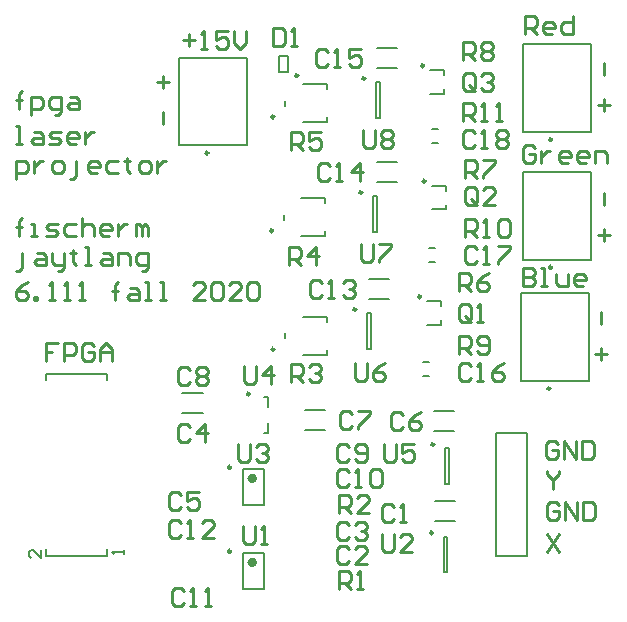
<source format=gto>
G04*
G04 #@! TF.GenerationSoftware,Altium Limited,Altium Designer,20.2.4 (192)*
G04*
G04 Layer_Color=65535*
%FSLAX25Y25*%
%MOIN*%
G70*
G04*
G04 #@! TF.SameCoordinates,916D3FFB-3ED2-40BB-BA98-F56BCE00B8A7*
G04*
G04*
G04 #@! TF.FilePolarity,Positive*
G04*
G01*
G75*
%ADD10C,0.00984*%
%ADD11C,0.01575*%
%ADD12C,0.00787*%
%ADD13C,0.01000*%
%ADD14C,0.00600*%
D10*
X77520Y52595D02*
G03*
X77520Y52595I-492J0D01*
G01*
X69992Y157374D02*
G03*
X69992Y157374I-492J0D01*
G01*
X145268Y60283D02*
G03*
X145268Y60283I-492J0D01*
G01*
X184492Y119295D02*
G03*
X184492Y119295I-492J0D01*
G01*
X140858Y109512D02*
G03*
X140858Y109512I-492J0D01*
G01*
X121268Y144283D02*
G03*
X121268Y144283I-492J0D01*
G01*
X91469Y131472D02*
G03*
X91469Y131472I-492J0D01*
G01*
X91969Y91972D02*
G03*
X91969Y91972I-492J0D01*
G01*
X122268Y182283D02*
G03*
X122268Y182283I-492J0D01*
G01*
X99882Y183201D02*
G03*
X99882Y183201I-492J0D01*
G01*
X77520Y24595D02*
G03*
X77520Y24595I-492J0D01*
G01*
X144768Y30784D02*
G03*
X144768Y30784I-492J0D01*
G01*
X183992Y78874D02*
G03*
X183992Y78874I-492J0D01*
G01*
X142358Y148012D02*
G03*
X142358Y148012I-492J0D01*
G01*
X119268Y105283D02*
G03*
X119268Y105283I-492J0D01*
G01*
X83752Y77087D02*
G03*
X83752Y77087I-492J0D01*
G01*
X184492Y161874D02*
G03*
X184492Y161874I-492J0D01*
G01*
X141858Y186512D02*
G03*
X141858Y186512I-492J0D01*
G01*
X91969Y169472D02*
G03*
X91969Y169472I-492J0D01*
G01*
D11*
X85394Y48953D02*
G03*
X85394Y48953I-787J0D01*
G01*
Y20953D02*
G03*
X85394Y20953I-787J0D01*
G01*
D12*
X81457Y39898D02*
Y52102D01*
X88543Y39898D02*
Y52102D01*
X81457D02*
X88543D01*
X81457Y39898D02*
X88543D01*
X15902Y81630D02*
Y83795D01*
X36098Y81630D02*
Y83795D01*
X15902D02*
X36098D01*
X15902Y23205D02*
X36098D01*
X15902D02*
Y25370D01*
X36098Y23205D02*
Y25370D01*
X60248Y159933D02*
X82886D01*
X60248D02*
Y189067D01*
X82886Y159933D02*
Y189067D01*
X60248D02*
X82886D01*
X165705Y64091D02*
X176295D01*
X165705Y22909D02*
Y64091D01*
Y22909D02*
X176295D01*
Y64091D01*
X145154Y71346D02*
X151846D01*
X145154Y64654D02*
X151846D01*
X145654Y41346D02*
X152346D01*
X145654Y34654D02*
X152346D01*
X126154Y154346D02*
X132846D01*
X126154Y147654D02*
X132846D01*
X123654Y115346D02*
X130346D01*
X123654Y108654D02*
X130346D01*
X141528Y87874D02*
X143472D01*
X141528Y83126D02*
X143472D01*
X61193Y77346D02*
X68083D01*
X61193Y70654D02*
X68083D01*
X144528Y165374D02*
X146472D01*
X144528Y160626D02*
X146472D01*
X126154Y192346D02*
X132846D01*
X126154Y185654D02*
X132846D01*
X150091Y47094D02*
Y58906D01*
X148909Y47094D02*
Y58906D01*
Y47094D02*
X150091D01*
X148909Y58906D02*
X150091D01*
X174748Y150988D02*
X197386D01*
Y121854D02*
Y150988D01*
X174748Y121854D02*
Y150988D01*
Y121854D02*
X197386D01*
X147650Y100063D02*
Y101638D01*
X143007Y100063D02*
X147650D01*
Y106362D02*
Y107937D01*
X143007D02*
X147650D01*
X124909Y142906D02*
X126091D01*
X124909Y131094D02*
X126091D01*
X124909D02*
Y142906D01*
X126091Y131094D02*
Y142906D01*
X95110Y135213D02*
Y136787D01*
X101016Y129701D02*
X108890D01*
Y131276D01*
Y140724D02*
Y142299D01*
X101016D02*
X108890D01*
X95610Y95713D02*
Y97287D01*
X101516Y90201D02*
X109390D01*
Y91776D01*
Y101224D02*
Y102799D01*
X101516D02*
X109390D01*
X125909Y180906D02*
X127091D01*
X125909Y169094D02*
X127091D01*
X125909D02*
Y180906D01*
X127091Y169094D02*
Y180906D01*
X93425Y184343D02*
Y189657D01*
X96575Y184343D02*
Y189657D01*
X93425D02*
X96575D01*
X93425Y184343D02*
X96575D01*
X143528Y125874D02*
X145472D01*
X143528Y121126D02*
X145472D01*
X102154Y65154D02*
X108846D01*
X102154Y71846D02*
X108846D01*
X81457Y11898D02*
Y24102D01*
X88543Y11898D02*
Y24102D01*
X81457D02*
X88543D01*
X81457Y11898D02*
X88543D01*
X149591Y17594D02*
Y29406D01*
X148409Y17594D02*
Y29406D01*
Y17594D02*
X149591D01*
X148409Y29406D02*
X149591D01*
X174248Y110567D02*
X196886D01*
Y81433D02*
Y110567D01*
X174248Y81433D02*
Y110567D01*
Y81433D02*
X196886D01*
X149150Y138563D02*
Y140138D01*
X144507Y138563D02*
X149150D01*
Y144862D02*
Y146437D01*
X144507D02*
X149150D01*
X122909Y103906D02*
X124091D01*
X122909Y92094D02*
X124091D01*
X122909D02*
Y103906D01*
X124091Y92094D02*
Y103906D01*
X89756Y64094D02*
Y67244D01*
X88575Y64094D02*
X89756D01*
Y72756D02*
Y75906D01*
X88575D02*
X89756D01*
X174748Y193567D02*
X197386D01*
Y164433D02*
Y193567D01*
X174748Y164433D02*
Y193567D01*
Y164433D02*
X197386D01*
X148650Y177063D02*
Y178638D01*
X144007Y177063D02*
X148650D01*
Y183362D02*
Y184937D01*
X144007D02*
X148650D01*
X95610Y173213D02*
Y174787D01*
X101516Y167701D02*
X109390D01*
Y169276D01*
Y178724D02*
Y180299D01*
X101516D02*
X109390D01*
D13*
X7000Y172084D02*
Y177082D01*
Y175083D01*
X6000D01*
X7999D01*
X7000D01*
Y177082D01*
X7999Y178082D01*
X10998Y170085D02*
Y176083D01*
X13997D01*
X14997Y175083D01*
Y173084D01*
X13997Y172084D01*
X10998D01*
X18996Y170085D02*
X19996D01*
X20995Y171084D01*
Y176083D01*
X17996D01*
X16996Y175083D01*
Y173084D01*
X17996Y172084D01*
X20995D01*
X23994Y176083D02*
X25993D01*
X26993Y175083D01*
Y172084D01*
X23994D01*
X22995Y173084D01*
X23994Y174083D01*
X26993D01*
X6000Y160487D02*
X7999D01*
X7000D01*
Y166485D01*
X6000D01*
X11998Y164486D02*
X13997D01*
X14997Y163486D01*
Y160487D01*
X11998D01*
X10998Y161487D01*
X11998Y162486D01*
X14997D01*
X16996Y160487D02*
X19996D01*
X20995Y161487D01*
X19996Y162486D01*
X17996D01*
X16996Y163486D01*
X17996Y164486D01*
X20995D01*
X25993Y160487D02*
X23994D01*
X22995Y161487D01*
Y163486D01*
X23994Y164486D01*
X25993D01*
X26993Y163486D01*
Y162486D01*
X22995D01*
X28993Y164486D02*
Y160487D01*
Y162486D01*
X29992Y163486D01*
X30992Y164486D01*
X31992D01*
X6000Y148890D02*
Y154888D01*
X8999D01*
X9999Y153888D01*
Y151889D01*
X8999Y150889D01*
X6000D01*
X11998Y154888D02*
Y150889D01*
Y152889D01*
X12998Y153888D01*
X13997Y154888D01*
X14997D01*
X18996Y150889D02*
X20995D01*
X21995Y151889D01*
Y153888D01*
X20995Y154888D01*
X18996D01*
X17996Y153888D01*
Y151889D01*
X18996Y150889D01*
X23994Y148890D02*
X24994D01*
X25993Y149890D01*
Y154888D01*
X32991Y150889D02*
X30992D01*
X29992Y151889D01*
Y153888D01*
X30992Y154888D01*
X32991D01*
X33991Y153888D01*
Y152889D01*
X29992D01*
X39989Y154888D02*
X36990D01*
X35990Y153888D01*
Y151889D01*
X36990Y150889D01*
X39989D01*
X42988Y155888D02*
Y154888D01*
X41988D01*
X43988D01*
X42988D01*
Y151889D01*
X43988Y150889D01*
X47986D02*
X49986D01*
X50985Y151889D01*
Y153888D01*
X49986Y154888D01*
X47986D01*
X46987Y153888D01*
Y151889D01*
X47986Y150889D01*
X52985Y154888D02*
Y150889D01*
Y152889D01*
X53984Y153888D01*
X54984Y154888D01*
X55984D01*
X7000Y129695D02*
Y134693D01*
Y132694D01*
X6000D01*
X7999D01*
X7000D01*
Y134693D01*
X7999Y135693D01*
X10998Y129695D02*
X12998D01*
X11998D01*
Y133693D01*
X10998D01*
X15997Y129695D02*
X18996D01*
X19996Y130694D01*
X18996Y131694D01*
X16996D01*
X15997Y132694D01*
X16996Y133693D01*
X19996D01*
X25993D02*
X22995D01*
X21995Y132694D01*
Y130694D01*
X22995Y129695D01*
X25993D01*
X27993Y135693D02*
Y129695D01*
Y132694D01*
X28993Y133693D01*
X30992D01*
X31992Y132694D01*
Y129695D01*
X36990D02*
X34991D01*
X33991Y130694D01*
Y132694D01*
X34991Y133693D01*
X36990D01*
X37990Y132694D01*
Y131694D01*
X33991D01*
X39989Y133693D02*
Y129695D01*
Y131694D01*
X40989Y132694D01*
X41988Y133693D01*
X42988D01*
X45987Y129695D02*
Y133693D01*
X46987D01*
X47986Y132694D01*
Y129695D01*
Y132694D01*
X48986Y133693D01*
X49986Y132694D01*
Y129695D01*
X6000Y118098D02*
X7000D01*
X7999Y119097D01*
Y124096D01*
X12998D02*
X14997D01*
X15997Y123096D01*
Y120097D01*
X12998D01*
X11998Y121097D01*
X12998Y122096D01*
X15997D01*
X17996Y124096D02*
Y121097D01*
X18996Y120097D01*
X21995D01*
Y119097D01*
X20995Y118098D01*
X19996D01*
X21995Y120097D02*
Y124096D01*
X24994Y125095D02*
Y124096D01*
X23994D01*
X25993D01*
X24994D01*
Y121097D01*
X25993Y120097D01*
X28993D02*
X30992D01*
X29992D01*
Y126095D01*
X28993D01*
X34991Y124096D02*
X36990D01*
X37990Y123096D01*
Y120097D01*
X34991D01*
X33991Y121097D01*
X34991Y122096D01*
X37990D01*
X39989Y120097D02*
Y124096D01*
X42988D01*
X43988Y123096D01*
Y120097D01*
X47986Y118098D02*
X48986D01*
X49986Y119097D01*
Y124096D01*
X46987D01*
X45987Y123096D01*
Y121097D01*
X46987Y120097D01*
X49986D01*
X9999Y114498D02*
X7999Y113498D01*
X6000Y111499D01*
Y109500D01*
X7000Y108500D01*
X8999D01*
X9999Y109500D01*
Y110499D01*
X8999Y111499D01*
X6000D01*
X11998Y108500D02*
Y109500D01*
X12998D01*
Y108500D01*
X11998D01*
X16996D02*
X18996D01*
X17996D01*
Y114498D01*
X16996Y113498D01*
X21995Y108500D02*
X23994D01*
X22995D01*
Y114498D01*
X21995Y113498D01*
X26993Y108500D02*
X28993D01*
X27993D01*
Y114498D01*
X26993Y113498D01*
X38989Y108500D02*
Y113498D01*
Y111499D01*
X37990D01*
X39989D01*
X38989D01*
Y113498D01*
X39989Y114498D01*
X43988Y112499D02*
X45987D01*
X46987Y111499D01*
Y108500D01*
X43988D01*
X42988Y109500D01*
X43988Y110499D01*
X46987D01*
X48986Y108500D02*
X50985D01*
X49986D01*
Y114498D01*
X48986D01*
X53984Y108500D02*
X55984D01*
X54984D01*
Y114498D01*
X53984D01*
X68980Y108500D02*
X64981D01*
X68980Y112499D01*
Y113498D01*
X67980Y114498D01*
X65981D01*
X64981Y113498D01*
X70979D02*
X71979Y114498D01*
X73978D01*
X74978Y113498D01*
Y109500D01*
X73978Y108500D01*
X71979D01*
X70979Y109500D01*
Y113498D01*
X80976Y108500D02*
X76977D01*
X80976Y112499D01*
Y113498D01*
X79976Y114498D01*
X77977D01*
X76977Y113498D01*
X82975D02*
X83975Y114498D01*
X85974D01*
X86974Y113498D01*
Y109500D01*
X85974Y108500D01*
X83975D01*
X82975Y109500D01*
Y113498D01*
X80002Y60499D02*
Y55501D01*
X81001Y54501D01*
X83001D01*
X84000Y55501D01*
Y60499D01*
X86000Y59499D02*
X86999Y60499D01*
X88999D01*
X89998Y59499D01*
Y58500D01*
X88999Y57500D01*
X87999D01*
X88999D01*
X89998Y56500D01*
Y55501D01*
X88999Y54501D01*
X86999D01*
X86000Y55501D01*
X20002Y93999D02*
X16004D01*
Y91000D01*
X18003D01*
X16004D01*
Y88001D01*
X22002D02*
Y93999D01*
X25001D01*
X26000Y92999D01*
Y91000D01*
X25001Y90000D01*
X22002D01*
X31998Y92999D02*
X30999Y93999D01*
X28999D01*
X28000Y92999D01*
Y89001D01*
X28999Y88001D01*
X30999D01*
X31998Y89001D01*
Y91000D01*
X29999D01*
X33998Y88001D02*
Y92000D01*
X35997Y93999D01*
X37996Y92000D01*
Y88001D01*
Y91000D01*
X33998D01*
X54982Y167052D02*
Y171050D01*
Y179048D02*
Y183047D01*
X52983Y181047D02*
X56981D01*
X202018Y187448D02*
Y183450D01*
Y175452D02*
Y171453D01*
X204017Y173453D02*
X200019D01*
X201018Y104448D02*
Y100450D01*
Y92452D02*
Y88453D01*
X203017Y90453D02*
X199019D01*
X201999Y144000D02*
Y140001D01*
Y132004D02*
Y128005D01*
X203998Y130005D02*
X200000D01*
X186499Y60498D02*
X185499Y61498D01*
X183500D01*
X182500Y60498D01*
Y56500D01*
X183500Y55500D01*
X185499D01*
X186499Y56500D01*
Y58499D01*
X184499D01*
X188498Y55500D02*
Y61498D01*
X192497Y55500D01*
Y61498D01*
X194496D02*
Y55500D01*
X197495D01*
X198495Y56500D01*
Y60498D01*
X197495Y61498D01*
X194496D01*
X183000Y30498D02*
X186999Y24500D01*
Y30498D02*
X183000Y24500D01*
X186999Y39998D02*
X185999Y40998D01*
X184000D01*
X183000Y39998D01*
Y36000D01*
X184000Y35000D01*
X185999D01*
X186999Y36000D01*
Y37999D01*
X184999D01*
X188998Y35000D02*
Y40998D01*
X192997Y35000D01*
Y40998D01*
X194996D02*
Y35000D01*
X197995D01*
X198995Y36000D01*
Y39998D01*
X197995Y40998D01*
X194996D01*
X183000Y51498D02*
Y50498D01*
X184999Y48499D01*
X186999Y50498D01*
Y51498D01*
X184999Y48499D02*
Y45500D01*
X61503Y195000D02*
X65502D01*
X63503Y196999D02*
Y193001D01*
X67501Y192001D02*
X69501D01*
X68501D01*
Y197999D01*
X67501Y196999D01*
X76499Y197999D02*
X72500D01*
Y195000D01*
X74499Y196000D01*
X75499D01*
X76499Y195000D01*
Y193001D01*
X75499Y192001D01*
X73500D01*
X72500Y193001D01*
X78498Y197999D02*
Y194000D01*
X80497Y192001D01*
X82497Y194000D01*
Y197999D01*
X91501Y198999D02*
Y193001D01*
X94500D01*
X95500Y194001D01*
Y197999D01*
X94500Y198999D01*
X91501D01*
X97499Y193001D02*
X99499D01*
X98499D01*
Y198999D01*
X97499Y197999D01*
X159000Y179001D02*
Y182999D01*
X158001Y183999D01*
X156001D01*
X155002Y182999D01*
Y179001D01*
X156001Y178001D01*
X158001D01*
X157001Y180000D02*
X159000Y178001D01*
X158001D02*
X159000Y179001D01*
X161000Y182999D02*
X161999Y183999D01*
X163999D01*
X164998Y182999D01*
Y182000D01*
X163999Y181000D01*
X162999D01*
X163999D01*
X164998Y180000D01*
Y179001D01*
X163999Y178001D01*
X161999D01*
X161000Y179001D01*
X159500Y141001D02*
Y144999D01*
X158501Y145999D01*
X156501D01*
X155502Y144999D01*
Y141001D01*
X156501Y140001D01*
X158501D01*
X157501Y142000D02*
X159500Y140001D01*
X158501D02*
X159500Y141001D01*
X165498Y140001D02*
X161500D01*
X165498Y144000D01*
Y144999D01*
X164499Y145999D01*
X162499D01*
X161500Y144999D01*
X157500Y102001D02*
Y105999D01*
X156500Y106999D01*
X154501D01*
X153501Y105999D01*
Y102001D01*
X154501Y101001D01*
X156500D01*
X155501Y103000D02*
X157500Y101001D01*
X156500D02*
X157500Y102001D01*
X159499Y101001D02*
X161499D01*
X160499D01*
Y106999D01*
X159499Y105999D01*
X121502Y164999D02*
Y160001D01*
X122501Y159001D01*
X124501D01*
X125500Y160001D01*
Y164999D01*
X127500Y163999D02*
X128499Y164999D01*
X130499D01*
X131498Y163999D01*
Y163000D01*
X130499Y162000D01*
X131498Y161000D01*
Y160001D01*
X130499Y159001D01*
X128499D01*
X127500Y160001D01*
Y161000D01*
X128499Y162000D01*
X127500Y163000D01*
Y163999D01*
X128499Y162000D02*
X130499D01*
X121002Y126999D02*
Y122001D01*
X122001Y121001D01*
X124001D01*
X125000Y122001D01*
Y126999D01*
X127000D02*
X130998D01*
Y125999D01*
X127000Y122001D01*
Y121001D01*
X119002Y87499D02*
Y82501D01*
X120001Y81501D01*
X122001D01*
X123000Y82501D01*
Y87499D01*
X128998D02*
X126999Y86499D01*
X125000Y84500D01*
Y82501D01*
X125999Y81501D01*
X127999D01*
X128998Y82501D01*
Y83500D01*
X127999Y84500D01*
X125000D01*
X128502Y60499D02*
Y55501D01*
X129501Y54501D01*
X131501D01*
X132500Y55501D01*
Y60499D01*
X138498D02*
X134500D01*
Y57500D01*
X136499Y58500D01*
X137499D01*
X138498Y57500D01*
Y55501D01*
X137499Y54501D01*
X135499D01*
X134500Y55501D01*
X82002Y86499D02*
Y81501D01*
X83001Y80501D01*
X85001D01*
X86000Y81501D01*
Y86499D01*
X90999Y80501D02*
Y86499D01*
X88000Y83500D01*
X91998D01*
X128002Y30499D02*
Y25501D01*
X129001Y24501D01*
X131001D01*
X132000Y25501D01*
Y30499D01*
X137998Y24501D02*
X134000D01*
X137998Y28500D01*
Y29499D01*
X136999Y30499D01*
X134999D01*
X134000Y29499D01*
X155002Y168001D02*
Y173999D01*
X158001D01*
X159001Y172999D01*
Y171000D01*
X158001Y170000D01*
X155002D01*
X157001D02*
X159001Y168001D01*
X161000D02*
X162999D01*
X162000D01*
Y173999D01*
X161000Y172999D01*
X165999Y168001D02*
X167998D01*
X166998D01*
Y173999D01*
X165999Y172999D01*
X155502Y129501D02*
Y135499D01*
X158502D01*
X159501Y134499D01*
Y132500D01*
X158502Y131500D01*
X155502D01*
X157502D02*
X159501Y129501D01*
X161501D02*
X163500D01*
X162500D01*
Y135499D01*
X161501Y134499D01*
X166499D02*
X167499Y135499D01*
X169498D01*
X170498Y134499D01*
Y130501D01*
X169498Y129501D01*
X167499D01*
X166499Y130501D01*
Y134499D01*
X153502Y90501D02*
Y96499D01*
X156501D01*
X157500Y95499D01*
Y93500D01*
X156501Y92500D01*
X153502D01*
X155501D02*
X157500Y90501D01*
X159500Y91501D02*
X160499Y90501D01*
X162499D01*
X163498Y91501D01*
Y95499D01*
X162499Y96499D01*
X160499D01*
X159500Y95499D01*
Y94500D01*
X160499Y93500D01*
X163498D01*
X155002Y188501D02*
Y194499D01*
X158001D01*
X159000Y193499D01*
Y191500D01*
X158001Y190500D01*
X155002D01*
X157001D02*
X159000Y188501D01*
X161000Y193499D02*
X161999Y194499D01*
X163999D01*
X164998Y193499D01*
Y192500D01*
X163999Y191500D01*
X164998Y190500D01*
Y189501D01*
X163999Y188501D01*
X161999D01*
X161000Y189501D01*
Y190500D01*
X161999Y191500D01*
X161000Y192500D01*
Y193499D01*
X161999Y191500D02*
X163999D01*
X155502Y149001D02*
Y154999D01*
X158501D01*
X159500Y153999D01*
Y152000D01*
X158501Y151000D01*
X155502D01*
X157501D02*
X159500Y149001D01*
X161500Y154999D02*
X165498D01*
Y153999D01*
X161500Y150001D01*
Y149001D01*
X153502Y111501D02*
Y117499D01*
X156501D01*
X157500Y116499D01*
Y114500D01*
X156501Y113500D01*
X153502D01*
X155501D02*
X157500Y111501D01*
X163498Y117499D02*
X161499Y116499D01*
X159500Y114500D01*
Y112501D01*
X160499Y111501D01*
X162499D01*
X163498Y112501D01*
Y113500D01*
X162499Y114500D01*
X159500D01*
X97502Y158501D02*
Y164499D01*
X100501D01*
X101500Y163499D01*
Y161500D01*
X100501Y160500D01*
X97502D01*
X99501D02*
X101500Y158501D01*
X107498Y164499D02*
X103500D01*
Y161500D01*
X105499Y162500D01*
X106499D01*
X107498Y161500D01*
Y159501D01*
X106499Y158501D01*
X104499D01*
X103500Y159501D01*
X97002Y120001D02*
Y125999D01*
X100001D01*
X101000Y124999D01*
Y123000D01*
X100001Y122000D01*
X97002D01*
X99001D02*
X101000Y120001D01*
X105999D02*
Y125999D01*
X103000Y123000D01*
X106998D01*
X97502Y81001D02*
Y86999D01*
X100501D01*
X101500Y85999D01*
Y84000D01*
X100501Y83000D01*
X97502D01*
X99501D02*
X101500Y81001D01*
X103500Y85999D02*
X104499Y86999D01*
X106499D01*
X107498Y85999D01*
Y85000D01*
X106499Y84000D01*
X105499D01*
X106499D01*
X107498Y83000D01*
Y82001D01*
X106499Y81001D01*
X104499D01*
X103500Y82001D01*
X175503Y197001D02*
Y202999D01*
X178502D01*
X179501Y201999D01*
Y200000D01*
X178502Y199000D01*
X175503D01*
X177502D02*
X179501Y197001D01*
X184500D02*
X182500D01*
X181501Y198001D01*
Y200000D01*
X182500Y201000D01*
X184500D01*
X185499Y200000D01*
Y199000D01*
X181501D01*
X191497Y202999D02*
Y197001D01*
X188498D01*
X187499Y198001D01*
Y200000D01*
X188498Y201000D01*
X191497D01*
X179003Y158999D02*
X178004Y159999D01*
X176004D01*
X175004Y158999D01*
Y155001D01*
X176004Y154001D01*
X178004D01*
X179003Y155001D01*
Y157000D01*
X177004D01*
X181003Y158000D02*
Y154001D01*
Y156000D01*
X182002Y157000D01*
X183002Y158000D01*
X184002D01*
X190000Y154001D02*
X188000D01*
X187001Y155001D01*
Y157000D01*
X188000Y158000D01*
X190000D01*
X190999Y157000D01*
Y156000D01*
X187001D01*
X195998Y154001D02*
X193998D01*
X192999Y155001D01*
Y157000D01*
X193998Y158000D01*
X195998D01*
X196997Y157000D01*
Y156000D01*
X192999D01*
X198997Y154001D02*
Y158000D01*
X201996D01*
X202995Y157000D01*
Y154001D01*
X175003Y118999D02*
Y113001D01*
X178002D01*
X179002Y114001D01*
Y115000D01*
X178002Y116000D01*
X175003D01*
X178002D01*
X179002Y117000D01*
Y117999D01*
X178002Y118999D01*
X175003D01*
X181001Y113001D02*
X183001D01*
X182001D01*
Y118999D01*
X181001D01*
X186000Y117000D02*
Y114001D01*
X186999Y113001D01*
X189999D01*
Y117000D01*
X194997Y113001D02*
X192998D01*
X191998Y114001D01*
Y116000D01*
X192998Y117000D01*
X194997D01*
X195997Y116000D01*
Y115000D01*
X191998D01*
X159001Y163999D02*
X158001Y164999D01*
X156002D01*
X155002Y163999D01*
Y160001D01*
X156002Y159001D01*
X158001D01*
X159001Y160001D01*
X161001Y159001D02*
X163000D01*
X162000D01*
Y164999D01*
X161001Y163999D01*
X165999D02*
X166999Y164999D01*
X168998D01*
X169998Y163999D01*
Y163000D01*
X168998Y162000D01*
X169998Y161000D01*
Y160001D01*
X168998Y159001D01*
X166999D01*
X165999Y160001D01*
Y161000D01*
X166999Y162000D01*
X165999Y163000D01*
Y163999D01*
X166999Y162000D02*
X168998D01*
X159501Y125499D02*
X158502Y126499D01*
X156502D01*
X155502Y125499D01*
Y121501D01*
X156502Y120501D01*
X158502D01*
X159501Y121501D01*
X161501Y120501D02*
X163500D01*
X162500D01*
Y126499D01*
X161501Y125499D01*
X166499Y126499D02*
X170498D01*
Y125499D01*
X166499Y121501D01*
Y120501D01*
X157501Y86499D02*
X156501Y87499D01*
X154502D01*
X153502Y86499D01*
Y82501D01*
X154502Y81501D01*
X156501D01*
X157501Y82501D01*
X159501Y81501D02*
X161500D01*
X160500D01*
Y87499D01*
X159501Y86499D01*
X168498Y87499D02*
X166498Y86499D01*
X164499Y84500D01*
Y82501D01*
X165499Y81501D01*
X167498D01*
X168498Y82501D01*
Y83500D01*
X167498Y84500D01*
X164499D01*
X110001Y190999D02*
X109002Y191999D01*
X107002D01*
X106002Y190999D01*
Y187001D01*
X107002Y186001D01*
X109002D01*
X110001Y187001D01*
X112001Y186001D02*
X114000D01*
X113000D01*
Y191999D01*
X112001Y190999D01*
X120998Y191999D02*
X116999D01*
Y189000D01*
X118998Y190000D01*
X119998D01*
X120998Y189000D01*
Y187001D01*
X119998Y186001D01*
X117999D01*
X116999Y187001D01*
X110501Y152999D02*
X109502Y153999D01*
X107502D01*
X106502Y152999D01*
Y149001D01*
X107502Y148001D01*
X109502D01*
X110501Y149001D01*
X112501Y148001D02*
X114500D01*
X113500D01*
Y153999D01*
X112501Y152999D01*
X120498Y148001D02*
Y153999D01*
X117499Y151000D01*
X121498D01*
X108001Y113999D02*
X107001Y114999D01*
X105002D01*
X104002Y113999D01*
Y110001D01*
X105002Y109001D01*
X107001D01*
X108001Y110001D01*
X110001Y109001D02*
X112000D01*
X111000D01*
Y114999D01*
X110001Y113999D01*
X114999D02*
X115999Y114999D01*
X117998D01*
X118998Y113999D01*
Y113000D01*
X117998Y112000D01*
X116998D01*
X117998D01*
X118998Y111000D01*
Y110001D01*
X117998Y109001D01*
X115999D01*
X114999Y110001D01*
X64000Y84999D02*
X63001Y85999D01*
X61001D01*
X60002Y84999D01*
Y81001D01*
X61001Y80001D01*
X63001D01*
X64000Y81001D01*
X66000Y84999D02*
X66999Y85999D01*
X68999D01*
X69998Y84999D01*
Y84000D01*
X68999Y83000D01*
X69998Y82000D01*
Y81001D01*
X68999Y80001D01*
X66999D01*
X66000Y81001D01*
Y82000D01*
X66999Y83000D01*
X66000Y84000D01*
Y84999D01*
X66999Y83000D02*
X68999D01*
X118000Y70499D02*
X117001Y71499D01*
X115001D01*
X114002Y70499D01*
Y66501D01*
X115001Y65501D01*
X117001D01*
X118000Y66501D01*
X120000Y71499D02*
X123998D01*
Y70499D01*
X120000Y66501D01*
Y65501D01*
X81501Y32999D02*
Y28001D01*
X82501Y27001D01*
X84500D01*
X85500Y28001D01*
Y32999D01*
X87499Y27001D02*
X89499D01*
X88499D01*
Y32999D01*
X87499Y31999D01*
X113502Y37501D02*
Y43499D01*
X116501D01*
X117500Y42499D01*
Y40500D01*
X116501Y39500D01*
X113502D01*
X115501D02*
X117500Y37501D01*
X123498D02*
X119500D01*
X123498Y41500D01*
Y42499D01*
X122499Y43499D01*
X120499D01*
X119500Y42499D01*
X113501Y12001D02*
Y17999D01*
X116500D01*
X117500Y16999D01*
Y15000D01*
X116500Y14000D01*
X113501D01*
X115501D02*
X117500Y12001D01*
X119499D02*
X121499D01*
X120499D01*
Y17999D01*
X119499Y16999D01*
X61001Y33999D02*
X60001Y34999D01*
X58002D01*
X57002Y33999D01*
Y30001D01*
X58002Y29001D01*
X60001D01*
X61001Y30001D01*
X63001Y29001D02*
X65000D01*
X64000D01*
Y34999D01*
X63001Y33999D01*
X71998Y29001D02*
X67999D01*
X71998Y33000D01*
Y33999D01*
X70998Y34999D01*
X68999D01*
X67999Y33999D01*
X62001Y11499D02*
X61001Y12499D01*
X59002D01*
X58002Y11499D01*
Y7501D01*
X59002Y6501D01*
X61001D01*
X62001Y7501D01*
X64000Y6501D02*
X66000D01*
X65000D01*
Y12499D01*
X64000Y11499D01*
X68999Y6501D02*
X70998D01*
X69998D01*
Y12499D01*
X68999Y11499D01*
X117001Y50999D02*
X116001Y51999D01*
X114002D01*
X113002Y50999D01*
Y47001D01*
X114002Y46001D01*
X116001D01*
X117001Y47001D01*
X119000Y46001D02*
X121000D01*
X120000D01*
Y51999D01*
X119000Y50999D01*
X123999D02*
X124999Y51999D01*
X126998D01*
X127998Y50999D01*
Y47001D01*
X126998Y46001D01*
X124999D01*
X123999Y47001D01*
Y50999D01*
X117000Y59499D02*
X116001Y60499D01*
X114001D01*
X113002Y59499D01*
Y55501D01*
X114001Y54501D01*
X116001D01*
X117000Y55501D01*
X119000D02*
X119999Y54501D01*
X121999D01*
X122998Y55501D01*
Y59499D01*
X121999Y60499D01*
X119999D01*
X119000Y59499D01*
Y58500D01*
X119999Y57500D01*
X122998D01*
X135000Y69999D02*
X134001Y70999D01*
X132001D01*
X131002Y69999D01*
Y66001D01*
X132001Y65001D01*
X134001D01*
X135000Y66001D01*
X140998Y70999D02*
X138999Y69999D01*
X137000Y68000D01*
Y66001D01*
X137999Y65001D01*
X139999D01*
X140998Y66001D01*
Y67000D01*
X139999Y68000D01*
X137000D01*
X61000Y43499D02*
X60001Y44499D01*
X58001D01*
X57002Y43499D01*
Y39501D01*
X58001Y38501D01*
X60001D01*
X61000Y39501D01*
X66998Y44499D02*
X63000D01*
Y41500D01*
X64999Y42500D01*
X65999D01*
X66998Y41500D01*
Y39501D01*
X65999Y38501D01*
X63999D01*
X63000Y39501D01*
X64000Y65999D02*
X63001Y66999D01*
X61001D01*
X60002Y65999D01*
Y62001D01*
X61001Y61001D01*
X63001D01*
X64000Y62001D01*
X68999Y61001D02*
Y66999D01*
X66000Y64000D01*
X69998D01*
X117000Y33499D02*
X116001Y34499D01*
X114001D01*
X113002Y33499D01*
Y29501D01*
X114001Y28501D01*
X116001D01*
X117000Y29501D01*
X119000Y33499D02*
X119999Y34499D01*
X121999D01*
X122998Y33499D01*
Y32500D01*
X121999Y31500D01*
X120999D01*
X121999D01*
X122998Y30500D01*
Y29501D01*
X121999Y28501D01*
X119999D01*
X119000Y29501D01*
X117000Y25499D02*
X116001Y26499D01*
X114001D01*
X113002Y25499D01*
Y21501D01*
X114001Y20501D01*
X116001D01*
X117000Y21501D01*
X122998Y20501D02*
X119000D01*
X122998Y24500D01*
Y25499D01*
X121999Y26499D01*
X119999D01*
X119000Y25499D01*
X132000Y39499D02*
X131000Y40499D01*
X129001D01*
X128001Y39499D01*
Y35501D01*
X129001Y34501D01*
X131000D01*
X132000Y35501D01*
X133999Y34501D02*
X135999D01*
X134999D01*
Y40499D01*
X133999Y39499D01*
D14*
X41748Y23658D02*
Y24990D01*
Y24324D01*
X37749D01*
X38416Y23658D01*
X14189Y25142D02*
Y22476D01*
X11523Y25142D01*
X10857D01*
X10190Y24476D01*
Y23143D01*
X10857Y22476D01*
M02*

</source>
